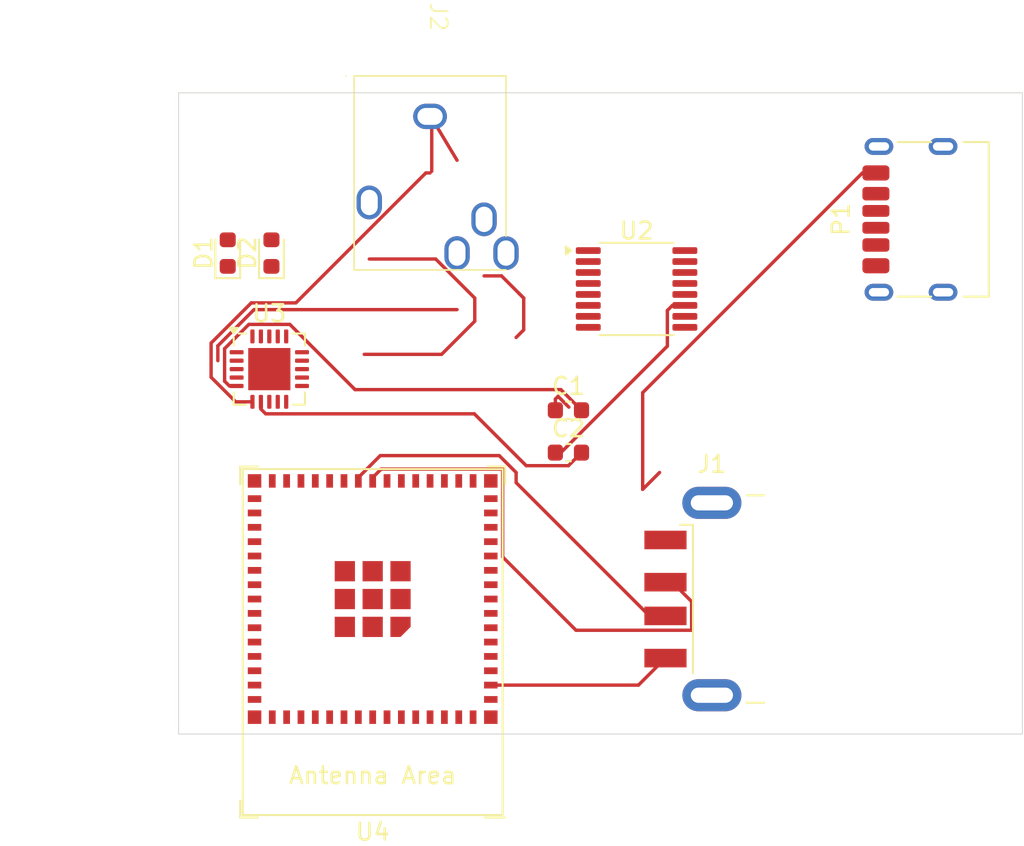
<source format=kicad_pcb>
(kicad_pcb (version 20240108) (generator "pcbnew") (generator_version "8.0")
  (layers (0 "F.Cu" signal) (31 "B.Cu" signal) (34 "B.Paste" user) (35 "F.Paste" user) (36 "B.SilkS" user "B.Silkscreen") (37 "F.SilkS" user "F.Silkscreen") (38 "B.Mask" user) (39 "F.Mask" user) (44 "Edge.Cuts" user))
  (net 0 "")
  (net 1 "/AOUTR")
  (net 2 "Net-(U3-RIN)")
  (net 15 "GND")
  (net 16 "+3.3V")
  (net 17 "/AOUTL")
  (net 18 "Net-(U3-LIN)")
  (net 74 "Net-(J1-D+)")
  (net 75 "Net-(J1-D-)")
  (net 76 "Net-(J2-LEFT)")
  (net 77 "unconnected-(J2-Pad5)")
  (net 79 "Net-(J2-RIGHT)")
  (net 80 "Net-(P1-GND-PadA1)")
  (net 81 "Net-(P1-VBUS-PadA4)")
  (footprint "Connector_USB:USB_C_Receptacle_HRO_TYPE-C-31-M-17" (layer "F.Cu") (at 194.5 55.5 90)
    (property "Reference" "P1" (at 0 -5.25 90) (layer "F.SilkS"))
    (property "Value" "USB_C_Plug_USB2.0")
    (fp_line (start 4.58 -1.9) (end 4.58 0.1) (stroke (width 0.12)) (layer "F.SilkS"))
    (fp_line (start -4.58 -1.9) (end -4.58 0.1) (stroke (width 0.12)) (layer "F.SilkS"))
    (fp_line (start 4.58 2) (end 4.58 3.51) (stroke (width 0.12)) (layer "F.SilkS"))
    (fp_line (start -4.58 2) (end -4.58 3.51) (stroke (width 0.12)) (layer "F.SilkS"))
    (fp_line (start -4.58 3.51) (end 4.58 3.51) (stroke (width 0.12)) (layer "F.SilkS"))
    (pad "A5" smd roundrect (at -0.5 -3.18 90) (size 0.7 1.6) (layers "F.Cu" "F.Paste" "F.Mask"))
    (pad "A9" smd roundrect (at 1.52 -3.18 90) (size 0.8 1.6) (layers "F.Cu" "F.Paste" "F.Mask") (net 81 "Net-(P1-VBUS-PadA4)"))
    (pad "A12" smd roundrect (at 2.75 -3.18 90) (size 0.9 1.6) (layers "F.Cu" "F.Paste" "F.Mask") (net 80 "Net-(P1-GND-PadA1)"))
    (pad "B5" smd roundrect (at 0.5 -3.18 90) (size 0.7 1.6) (layers "F.Cu" "F.Paste" "F.Mask"))
    (pad "B9" smd roundrect (at -1.52 -3.18 90) (size 0.8 1.6) (layers "F.Cu" "F.Paste" "F.Mask") (net 81 "Net-(P1-VBUS-PadA4)"))
    (pad "B12" smd roundrect (at -2.75 -3.18 90) (size 0.9 1.6) (layers "F.Cu" "F.Paste" "F.Mask") (net 80 "Net-(P1-GND-PadA1)"))
    (pad "S1" thru_hole oval (at -4.32 -3 90) (size 1 1.7) (drill oval 0.5 1.2) (layers "*.Cu" "*.Mask"))
    (pad "S1" thru_hole oval (at -4.32 0.8 90) (size 1 1.7) (drill oval 0.5 1.2) (layers "*.Cu" "*.Mask"))
    (pad "S1" thru_hole oval (at 4.32 -3 90) (size 1 1.7) (drill oval 0.5 1.2) (layers "*.Cu" "*.Mask"))
    (pad "S1" thru_hole oval (at 4.32 0.8 90) (size 1 1.7) (drill oval 0.5 1.2) (layers "*.Cu" "*.Mask"))
  )
  (footprint "Connector_USB:USB_A_CNCTech_1001-011-01101_Horizontal" (layer "F.Cu") (at 188.5 78)
    (property "Reference" "J1" (at -6.9 -8 0) (layer "F.SilkS"))
    (property "Value" "USB_A")
    (fp_line (start -8.02 -4.4) (end -8.775 -4.4) (stroke (width 0.12)) (layer "F.SilkS"))
    (fp_line (start -8.02 -4.4) (end -8.02 4.4) (stroke (width 0.12)) (layer "F.SilkS"))
    (fp_line (start -4.85 -6.145) (end -3.8 -6.145) (stroke (width 0.12)) (layer "F.SilkS"))
    (fp_line (start -4.85 6.145) (end -3.8 6.145) (stroke (width 0.12)) (layer "F.SilkS"))
    (pad "" np_thru_hole circle (at -6.9 -2.3) (size 1.1 1.1) (drill 1.1) (layers "*.Cu" "*.Mask"))
    (pad "" np_thru_hole circle (at -6.9 2.3) (size 1.1 1.1) (drill 1.1) (layers "*.Cu" "*.Mask"))
    (pad "1" smd rect (at -9.65 -3.5) (size 2.5 1.1) (layers "F.Cu" "F.Paste" "F.Mask"))
    (pad "2" smd rect (at -9.65 -1) (size 2.5 1.1) (layers "F.Cu" "F.Paste" "F.Mask") (net 75 "Net-(J1-D-)"))
    (pad "3" smd rect (at -9.65 1) (size 2.5 1.1) (layers "F.Cu" "F.Paste" "F.Mask") (net 74 "Net-(J1-D+)"))
    (pad "4" smd rect (at -9.65 3.5) (size 2.5 1.1) (layers "F.Cu" "F.Paste" "F.Mask") (net 15 "GND"))
    (pad "5" thru_hole oval (at -6.9 -5.7) (size 3.5 1.9) (drill oval 2.5 0.9) (layers "*.Cu" "*.Mask") (net 15 "GND"))
    (pad "5" thru_hole oval (at -6.9 5.7) (size 3.5 1.9) (drill oval 2.5 0.9) (layers "*.Cu" "*.Mask") (net 15 "GND"))
  )
  (footprint "Capacitor_SMD:C_0603_1608Metric" (layer "F.Cu") (at 173.1 69.3225)
    (property "Reference" "C2" (at 0 -1.43 0) (layer "F.SilkS"))
    (property "Value" "C")
    (fp_line (start -0.14058 -0.51) (end 0.14058 -0.51) (stroke (width 0.12)) (layer "F.SilkS"))
    (fp_line (start -0.14058 0.51) (end 0.14058 0.51) (stroke (width 0.12)) (layer "F.SilkS"))
    (pad "1" smd roundrect (at -0.775 0) (size 0.9 0.95) (layers "F.Cu" "F.Paste" "F.Mask") (net 17 "/AOUTL"))
    (pad "2" smd roundrect (at 0.775 0) (size 0.9 0.95) (layers "F.Cu" "F.Paste" "F.Mask") (net 18 "Net-(U3-LIN)"))
  )
  (footprint "Diode_SMD:D_0603_1608Metric" (layer "F.Cu") (at 155.5 57.5 90)
    (property "Reference" "D2" (at 0 -1.43 90) (layer "F.SilkS"))
    (property "Value" "LED")
    (fp_line (start 0.8 -0.735) (end -1.485 -0.735) (stroke (width 0.12)) (layer "F.SilkS"))
    (fp_line (start -1.485 -0.735) (end -1.485 0.735) (stroke (width 0.12)) (layer "F.SilkS"))
    (fp_line (start -1.485 0.735) (end 0.8 0.735) (stroke (width 0.12)) (layer "F.SilkS"))
    (pad "1" smd roundrect (at -0.7875 0 90) (size 0.875 0.95) (layers "F.Cu" "F.Paste" "F.Mask"))
    (pad "2" smd roundrect (at 0.7875 0 90) (size 0.875 0.95) (layers "F.Cu" "F.Paste" "F.Mask"))
  )
  (footprint "Capacitor_SMD:C_0603_1608Metric" (layer "F.Cu") (at 173.1 66.8125)
    (property "Reference" "C1" (at 0 -1.43 0) (layer "F.SilkS"))
    (property "Value" "C")
    (fp_line (start -0.14058 -0.51) (end 0.14058 -0.51) (stroke (width 0.12)) (layer "F.SilkS"))
    (fp_line (start -0.14058 0.51) (end 0.14058 0.51) (stroke (width 0.12)) (layer "F.SilkS"))
    (pad "1" smd roundrect (at -0.775 0) (size 0.9 0.95) (layers "F.Cu" "F.Paste" "F.Mask") (net 1 "/AOUTR"))
    (pad "2" smd roundrect (at 0.775 0) (size 0.9 0.95) (layers "F.Cu" "F.Paste" "F.Mask") (net 2 "Net-(U3-RIN)"))
  )
  (footprint "PCM_Espressif:ESP32-S3-MINI-1" (layer "F.Cu") (at 161.5 78 180)
    (property "Reference" "U4" (at 0 -13.8 0) (layer "F.SilkS"))
    (property "Value" "ESP32-S3-MINI-1")
    (fp_line (start 7.85 7.85) (end 7.85 6.8) (stroke (width 0.12)) (layer "F.SilkS"))
    (fp_line (start 7.85 -12.95) (end 7.85 -11.95) (stroke (width 0.12)) (layer "F.SilkS"))
    (fp_line (start 7.7 7.7) (end -7.7 7.7) (stroke (width 0.12)) (layer "F.SilkS"))
    (fp_line (start 7.7 -7.7) (end 7.7 7.7) (stroke (width 0.12)) (layer "F.SilkS"))
    (fp_line (start 7.7 -12.8) (end 7.7 -7.7) (stroke (width 0.12)) (layer "F.SilkS"))
    (fp_line (start 6.8 7.85) (end 7.85 7.85) (stroke (width 0.12)) (layer "F.SilkS"))
    (fp_line (start 6.8 -12.95) (end 7.85 -12.95) (stroke (width 0.12)) (layer "F.SilkS"))
    (fp_line (start -6.65 -12.95) (end -7.85 -12.95) (stroke (width 0.12)) (layer "F.SilkS"))
    (fp_line (start -6.8 7.85) (end -7.85 7.85) (stroke (width 0.12)) (layer "F.SilkS"))
    (fp_line (start -7.7 7.7) (end -7.7 -7.7) (stroke (width 0.12)) (layer "F.SilkS"))
    (fp_line (start -7.7 -12.8) (end 7.7 -12.8) (stroke (width 0.12)) (layer "F.SilkS"))
    (fp_line (start -7.7 -12.8) (end -7.7 -7.7) (stroke (width 0.12)) (layer "F.SilkS"))
    (fp_line (start -7.85 7.85) (end -7.85 6.8) (stroke (width 0.12)) (layer "F.SilkS"))
    (fp_text user "Antenna Area" (at 0 -10.45 0) (layer "F.SilkS"))
    (pad "1" smd rect (at -7 -5.95 270) (size 0.4 0.8) (layers "F.Cu" "F.Paste" "F.Mask") (net 15 "GND"))
    (pad "2" smd rect (at -7 -5.1 270) (size 0.4 0.8) (layers "F.Cu" "F.Paste" "F.Mask") (net 15 "GND"))
    (pad "3" smd rect (at -7 -4.25 270) (size 0.4 0.8) (layers "F.Cu" "F.Paste" "F.Mask") (net 16 "+3.3V"))
    (pad "4" smd rect (at -7 -3.4 270) (size 0.4 0.8) (layers "F.Cu" "F.Paste" "F.Mask"))
    (pad "5" smd rect (at -7 -2.55 270) (size 0.4 0.8) (layers "F.Cu" "F.Paste" "F.Mask"))
    (pad "6" smd rect (at -7 -1.7 270) (size 0.4 0.8) (layers "F.Cu" "F.Paste" "F.Mask"))
    (pad "7" smd rect (at -7 -0.85 270) (size 0.4 0.8) (layers "F.Cu" "F.Paste" "F.Mask"))
    (pad "8" smd rect (at -7 0 270) (size 0.4 0.8) (layers "F.Cu" "F.Paste" "F.Mask"))
    (pad "9" smd rect (at -7 0.85 270) (size 0.4 0.8) (layers "F.Cu" "F.Paste" "F.Mask"))
    (pad "10" smd rect (at -7 1.7 270) (size 0.4 0.8) (layers "F.Cu" "F.Paste" "F.Mask"))
    (pad "11" smd rect (at -7 2.55 270) (size 0.4 0.8) (layers "F.Cu" "F.Paste" "F.Mask"))
    (pad "12" smd rect (at -7 3.4 270) (size 0.4 0.8) (layers "F.Cu" "F.Paste" "F.Mask"))
    (pad "13" smd rect (at -7 4.25 270) (size 0.4 0.8) (layers "F.Cu" "F.Paste" "F.Mask"))
    (pad "14" smd rect (at -7 5.1 270) (size 0.4 0.8) (layers "F.Cu" "F.Paste" "F.Mask"))
    (pad "15" smd rect (at -7 5.95 270) (size 0.4 0.8) (layers "F.Cu" "F.Paste" "F.Mask"))
    (pad "16" smd rect (at -5.95 7 180) (size 0.4 0.8) (layers "F.Cu" "F.Paste" "F.Mask"))
    (pad "17" smd rect (at -5.1 7 180) (size 0.4 0.8) (layers "F.Cu" "F.Paste" "F.Mask"))
    (pad "18" smd rect (at -4.25 7 180) (size 0.4 0.8) (layers "F.Cu" "F.Paste" "F.Mask"))
    (pad "19" smd rect (at -3.4 7 180) (size 0.4 0.8) (layers "F.Cu" "F.Paste" "F.Mask"))
    (pad "20" smd rect (at -2.55 7 180) (size 0.4 0.8) (layers "F.Cu" "F.Paste" "F.Mask"))
    (pad "21" smd rect (at -1.7 7 180) (size 0.4 0.8) (layers "F.Cu" "F.Paste" "F.Mask"))
    (pad "22" smd rect (at -0.85 7 180) (size 0.4 0.8) (layers "F.Cu" "F.Paste" "F.Mask"))
    (pad "23" smd rect (at 0 7 180) (size 0.4 0.8) (layers "F.Cu" "F.Paste" "F.Mask") (net 75 "Net-(J1-D-)"))
    (pad "24" smd rect (at 0.85 7 180) (size 0.4 0.8) (layers "F.Cu" "F.Paste" "F.Mask") (net 74 "Net-(J1-D+)"))
    (pad "25" smd rect (at 1.7 7 180) (size 0.4 0.8) (layers "F.Cu" "F.Paste" "F.Mask"))
    (pad "26" smd rect (at 2.55 7 180) (size 0.4 0.8) (layers "F.Cu" "F.Paste" "F.Mask"))
    (pad "27" smd rect (at 3.4 7 180) (size 0.4 0.8) (layers "F.Cu" "F.Paste" "F.Mask"))
    (pad "28" smd rect (at 4.25 7 180) (size 0.4 0.8) (layers "F.Cu" "F.Paste" "F.Mask"))
    (pad "29" smd rect (at 5.1 7 180) (size 0.4 0.8) (layers "F.Cu" "F.Paste" "F.Mask"))
    (pad "30" smd rect (at 5.95 7 180) (size 0.4 0.8) (layers "F.Cu" "F.Paste" "F.Mask"))
    (pad "31" smd rect (at 7 5.95 270) (size 0.4 0.8) (layers "F.Cu" "F.Paste" "F.Mask"))
    (pad "32" smd rect (at 7 5.1 270) (size 0.4 0.8) (layers "F.Cu" "F.Paste" "F.Mask"))
    (pad "33" smd rect (at 7 4.25 270) (size 0.4 0.8) (layers "F.Cu" "F.Paste" "F.Mask"))
    (pad "34" smd rect (at 7 3.4 270) (size 0.4 0.8) (layers "F.Cu" "F.Paste" "F.Mask"))
    (pad "35" smd rect (at 7 2.55 270) (size 0.4 0.8) (layers "F.Cu" "F.Paste" "F.Mask"))
    (pad "36" smd rect (at 7 1.7 270) (size 0.4 0.8) (layers "F.Cu" "F.Paste" "F.Mask"))
    (pad "37" smd rect (at 7 0.85 270) (size 0.4 0.8) (layers "F.Cu" "F.Paste" "F.Mask"))
    (pad "38" smd rect (at 7 0 270) (size 0.4 0.8) (layers "F.Cu" "F.Paste" "F.Mask"))
    (pad "39" smd rect (at 7 -0.85 270) (size 0.4 0.8) (layers "F.Cu" "F.Paste" "F.Mask"))
    (pad "40" smd rect (at 7 -1.7 270) (size 0.4 0.8) (layers "F.Cu" "F.Paste" "F.Mask"))
    (pad "41" smd rect (at 7 -2.55 270) (size 0.4 0.8) (layers "F.Cu" "F.Paste" "F.Mask"))
    (pad "42" smd rect (at 7 -3.4 270) (size 0.4 0.8) (layers "F.Cu" "F.Paste" "F.Mask") (net 15 "GND"))
    (pad "43" smd rect (at 7 -4.25 270) (size 0.4 0.8) (layers "F.Cu" "F.Paste" "F.Mask") (net 15 "GND"))
    (pad "44" smd rect (at 7 -5.1 270) (size 0.4 0.8) (layers "F.Cu" "F.Paste" "F.Mask"))
    (pad "45" smd rect (at 7 -5.95 270) (size 0.4 0.8) (layers "F.Cu" "F.Paste" "F.Mask"))
    (pad "46" smd rect (at 5.95 -7 180) (size 0.4 0.8) (layers "F.Cu" "F.Paste" "F.Mask") (net 15 "GND"))
    (pad "47" smd rect (at 5.1 -7 180) (size 0.4 0.8) (layers "F.Cu" "F.Paste" "F.Mask") (net 15 "GND"))
    (pad "48" smd rect (at 4.25 -7 180) (size 0.4 0.8) (layers "F.Cu" "F.Paste" "F.Mask") (net 15 "GND"))
    (pad "49" smd rect (at 3.4 -7 180) (size 0.4 0.8) (layers "F.Cu" "F.Paste" "F.Mask") (net 15 "GND"))
    (pad "50" smd rect (at 2.55 -7 180) (size 0.4 0.8) (layers "F.Cu" "F.Paste" "F.Mask") (net 15 "GND"))
    (pad "51" smd rect (at 1.7 -7 180) (size 0.4 0.8) (layers "F.Cu" "F.Paste" "F.Mask") (net 15 "GND"))
    (pad "52" smd rect (at 0.85 -7 180) (size 0.4 0.8) (layers "F.Cu" "F.Paste" "F.Mask") (net 15 "GND"))
    (pad "53" smd rect (at 0 -7 180) (size 0.4 0.8) (layers "F.Cu" "F.Paste" "F.Mask") (net 15 "GND"))
    (pad "54" smd rect (at -0.85 -7 180) (size 0.4 0.8) (layers "F.Cu" "F.Paste" "F.Mask") (net 15 "GND"))
    (pad "55" smd rect (at -1.7 -7 180) (size 0.4 0.8) (layers "F.Cu" "F.Paste" "F.Mask") (net 15 "GND"))
    (pad "56" smd rect (at -2.55 -7 180) (size 0.4 0.8) (layers "F.Cu" "F.Paste" "F.Mask") (net 15 "GND"))
    (pad "57" smd rect (at -3.4 -7 180) (size 0.4 0.8) (layers "F.Cu" "F.Paste" "F.Mask") (net 15 "GND"))
    (pad "58" smd rect (at -4.25 -7 180) (size 0.4 0.8) (layers "F.Cu" "F.Paste" "F.Mask") (net 15 "GND"))
    (pad "59" smd rect (at -5.1 -7 180) (size 0.4 0.8) (layers "F.Cu" "F.Paste" "F.Mask") (net 15 "GND"))
    (pad "60" smd rect (at -5.95 -7 180) (size 0.4 0.8) (layers "F.Cu" "F.Paste" "F.Mask") (net 15 "GND"))
    (pad "61" smd custom (at -1.65 -1.65 180) (size 0.6 0.6) (layers "F.Cu" "F.Paste" "F.Mask") (net 15 "GND") (options (clearance outline) (anchor rect)) (primitives (gr_poly (pts (xy 0.6 0.6) (xy -0.6 0.6) (xy -0.6 0) (xy 0 -0.6) (xy 0.6 -0.6)) (width 0) (fill yes))))
    (pad "61" smd rect (at -1.65 0 180) (size 1.2 1.2) (layers "F.Cu" "F.Paste" "F.Mask") (net 15 "GND"))
    (pad "61" smd rect (at -1.65 1.65 180) (size 1.2 1.2) (layers "F.Cu" "F.Paste" "F.Mask") (net 15 "GND"))
    (pad "61" smd rect (at 0 -1.65 180) (size 1.2 1.2) (layers "F.Cu" "F.Paste" "F.Mask") (net 15 "GND"))
    (pad "61" smd rect (at 0 0 180) (size 1.2 1.2) (layers "F.Cu" "F.Paste" "F.Mask") (net 15 "GND"))
    (pad "61" smd rect (at 0 1.65 180) (size 1.2 1.2) (layers "F.Cu" "F.Paste" "F.Mask") (net 15 "GND"))
    (pad "61" smd rect (at 1.65 -1.65 180) (size 1.2 1.2) (layers "F.Cu" "F.Paste" "F.Mask") (net 15 "GND"))
    (pad "61" smd rect (at 1.65 0 180) (size 1.2 1.2) (layers "F.Cu" "F.Paste" "F.Mask") (net 15 "GND"))
    (pad "61" smd rect (at 1.65 1.65 180) (size 1.2 1.2) (layers "F.Cu" "F.Paste" "F.Mask") (net 15 "GND"))
    (pad "62" smd rect (at -7 -7) (size 0.8 0.8) (layers "F.Cu" "F.Paste" "F.Mask") (net 15 "GND"))
    (pad "63" smd rect (at -7 7) (size 0.8 0.8) (layers "F.Cu" "F.Paste" "F.Mask") (net 15 "GND"))
    (pad "64" smd rect (at 7 7) (size 0.8 0.8) (layers "F.Cu" "F.Paste" "F.Mask") (net 15 "GND"))
    (pad "65" smd rect (at 7 -7) (size 0.8 0.8) (layers "F.Cu" "F.Paste" "F.Mask") (net 15 "GND"))
  )
  (footprint "Diode_SMD:D_0603_1608Metric" (layer "F.Cu") (at 152.91 57.5 90)
    (property "Reference" "D1" (at 0 -1.43 90) (layer "F.SilkS"))
    (property "Value" "LED")
    (fp_line (start 0.8 -0.735) (end -1.485 -0.735) (stroke (width 0.12)) (layer "F.SilkS"))
    (fp_line (start -1.485 -0.735) (end -1.485 0.735) (stroke (width 0.12)) (layer "F.SilkS"))
    (fp_line (start -1.485 0.735) (end 0.8 0.735) (stroke (width 0.12)) (layer "F.SilkS"))
    (pad "1" smd roundrect (at -0.7875 0 90) (size 0.875 0.95) (layers "F.Cu" "F.Paste" "F.Mask"))
    (pad "2" smd roundrect (at 0.7875 0 90) (size 0.875 0.95) (layers "F.Cu" "F.Paste" "F.Mask"))
  )
  (footprint "Package_DFN_QFN:QFN-20-1EP_4x4mm_P0.5mm_EP2.5x2.5mm" (layer "F.Cu") (at 155.375 64.375)
    (property "Reference" "U3" (at 0 -3.3 0) (layer "F.SilkS"))
    (property "Value" "PAM8019KGR")
    (fp_line (start -2.11 -1.385) (end -2.11 -1.87) (stroke (width 0.12)) (layer "F.SilkS"))
    (fp_line (start -2.11 2.11) (end -2.11 1.385) (stroke (width 0.12)) (layer "F.SilkS"))
    (fp_line (start -1.385 -2.11) (end -1.81 -2.11) (stroke (width 0.12)) (layer "F.SilkS"))
    (fp_line (start -1.385 2.11) (end -2.11 2.11) (stroke (width 0.12)) (layer "F.SilkS"))
    (fp_line (start 1.385 -2.11) (end 2.11 -2.11) (stroke (width 0.12)) (layer "F.SilkS"))
    (fp_line (start 1.385 2.11) (end 2.11 2.11) (stroke (width 0.12)) (layer "F.SilkS"))
    (fp_line (start 2.11 -2.11) (end 2.11 -1.385) (stroke (width 0.12)) (layer "F.SilkS"))
    (fp_line (start 2.11 2.11) (end 2.11 1.385) (stroke (width 0.12)) (layer "F.SilkS"))
    (fp_poly (pts (xy -2.11 -2.11) (xy -2.35 -2.44) (xy -1.87 -2.44) (xy -2.11 -2.11)) (stroke (width 0.12)) (fill solid) (layer "F.SilkS"))
    (pad "1" smd roundrect (at -1.9375 -1) (size 0.825 0.25) (layers "F.Cu" "F.Paste" "F.Mask"))
    (pad "2" smd roundrect (at -1.9375 -0.5) (size 0.825 0.25) (layers "F.Cu" "F.Paste" "F.Mask") (net 79 "Net-(J2-RIGHT)"))
    (pad "3" smd roundrect (at -1.9375 0) (size 0.825 0.25) (layers "F.Cu" "F.Paste" "F.Mask"))
    (pad "4" smd roundrect (at -1.9375 0.5) (size 0.825 0.25) (layers "F.Cu" "F.Paste" "F.Mask"))
    (pad "5" smd roundrect (at -1.9375 1) (size 0.825 0.25) (layers "F.Cu" "F.Paste" "F.Mask") (net 2 "Net-(U3-RIN)"))
    (pad "6" smd roundrect (at -1 1.9375) (size 0.25 0.825) (layers "F.Cu" "F.Paste" "F.Mask") (net 15 "GND"))
    (pad "7" smd roundrect (at -0.5 1.9375) (size 0.25 0.825) (layers "F.Cu" "F.Paste" "F.Mask") (net 18 "Net-(U3-LIN)"))
    (pad "8" smd roundrect (at 0 1.9375) (size 0.25 0.825) (layers "F.Cu" "F.Paste" "F.Mask"))
    (pad "9" smd roundrect (at 0.5 1.9375) (size 0.25 0.825) (layers "F.Cu" "F.Paste" "F.Mask"))
    (pad "10" smd roundrect (at 1 1.9375) (size 0.25 0.825) (layers "F.Cu" "F.Paste" "F.Mask"))
    (pad "11" smd roundrect (at 1.9375 1) (size 0.825 0.25) (layers "F.Cu" "F.Paste" "F.Mask"))
    (pad "12" smd roundrect (at 1.9375 0.5) (size 0.825 0.25) (layers "F.Cu" "F.Paste" "F.Mask"))
    (pad "13" smd roundrect (at 1.9375 0) (size 0.825 0.25) (layers "F.Cu" "F.Paste" "F.Mask") (net 16 "+3.3V"))
    (pad "14" smd roundrect (at 1.9375 -0.5) (size 0.825 0.25) (layers "F.Cu" "F.Paste" "F.Mask") (net 76 "Net-(J2-LEFT)"))
    (pad "15" smd roundrect (at 1.9375 -1) (size 0.825 0.25) (layers "F.Cu" "F.Paste" "F.Mask"))
    (pad "16" smd roundrect (at 1 -1.9375) (size 0.25 0.825) (layers "F.Cu" "F.Paste" "F.Mask") (net 16 "+3.3V"))
    (pad "17" smd roundrect (at 0.5 -1.9375) (size 0.25 0.825) (layers "F.Cu" "F.Paste" "F.Mask"))
    (pad "18" smd roundrect (at 0 -1.9375) (size 0.25 0.825) (layers "F.Cu" "F.Paste" "F.Mask") (net 15 "GND"))
    (pad "19" smd roundrect (at -0.5 -1.9375) (size 0.25 0.825) (layers "F.Cu" "F.Paste" "F.Mask"))
    (pad "20" smd roundrect (at -1 -1.9375) (size 0.25 0.825) (layers "F.Cu" "F.Paste" "F.Mask") (net 16 "+3.3V"))
    (pad "21" smd rect (at 0 0) (size 2.5 2.5) (property pad_prop_heatsink) (layers "F.Cu" "F.Mask") (net 15 "GND"))
  )
  (footprint "Package_SO:TSSOP-16_4.4x5mm_P0.65mm" (layer "F.Cu") (at 177.1375 59.625)
    (property "Reference" "U2" (at 0 -3.45 0) (layer "F.SilkS"))
    (property "Value" "~")
    (fp_line (start 0 -2.735) (end -2.2 -2.735) (stroke (width 0.12)) (layer "F.SilkS"))
    (fp_line (start 0 -2.735) (end 2.2 -2.735) (stroke (width 0.12)) (layer "F.SilkS"))
    (fp_line (start 0 2.735) (end -2.2 2.735) (stroke (width 0.12)) (layer "F.SilkS"))
    (fp_line (start 0 2.735) (end 2.2 2.735) (stroke (width 0.12)) (layer "F.SilkS"))
    (fp_poly (pts (xy -3.86 -2.275) (xy -4.19 -2.515) (xy -4.19 -2.035) (xy -3.86 -2.275)) (stroke (width 0.12)) (fill solid) (layer "F.SilkS"))
    (pad "1" smd roundrect (at -2.8625 -2.275) (size 1.475 0.4) (layers "F.Cu" "F.Paste" "F.Mask"))
    (pad "2" smd roundrect (at -2.8625 -1.625) (size 1.475 0.4) (layers "F.Cu" "F.Paste" "F.Mask"))
    (pad "3" smd roundrect (at -2.8625 -0.975) (size 1.475 0.4) (layers "F.Cu" "F.Paste" "F.Mask"))
    (pad "4" smd roundrect (at -2.8625 -0.325) (size 1.475 0.4) (layers "F.Cu" "F.Paste" "F.Mask"))
    (pad "5" smd roundrect (at -2.8625 0.325) (size 1.475 0.4) (layers "F.Cu" "F.Paste" "F.Mask"))
    (pad "6" smd roundrect (at -2.8625 0.975) (size 1.475 0.4) (layers "F.Cu" "F.Paste" "F.Mask"))
    (pad "7" smd roundrect (at -2.8625 1.625) (size 1.475 0.4) (layers "F.Cu" "F.Paste" "F.Mask"))
    (pad "8" smd roundrect (at -2.8625 2.275) (size 1.475 0.4) (layers "F.Cu" "F.Paste" "F.Mask"))
    (pad "9" smd roundrect (at 2.8625 2.275) (size 1.475 0.4) (layers "F.Cu" "F.Paste" "F.Mask"))
    (pad "10" smd roundrect (at 2.8625 1.625) (size 1.475 0.4) (layers "F.Cu" "F.Paste" "F.Mask") (net 1 "/AOUTR"))
    (pad "11" smd roundrect (at 2.8625 0.975) (size 1.475 0.4) (layers "F.Cu" "F.Paste" "F.Mask") (net 17 "/AOUTL"))
    (pad "12" smd roundrect (at 2.8625 0.325) (size 1.475 0.4) (layers "F.Cu" "F.Paste" "F.Mask"))
    (pad "13" smd roundrect (at 2.8625 -0.325) (size 1.475 0.4) (layers "F.Cu" "F.Paste" "F.Mask") (net 15 "GND"))
    (pad "14" smd roundrect (at 2.8625 -0.975) (size 1.475 0.4) (layers "F.Cu" "F.Paste" "F.Mask"))
    (pad "15" smd roundrect (at 2.8625 -1.625) (size 1.475 0.4) (layers "F.Cu" "F.Paste" "F.Mask"))
    (pad "16" smd roundrect (at 2.8625 -2.275) (size 1.475 0.4) (layers "F.Cu" "F.Paste" "F.Mask"))
  )
  (footprint "tim:54-00175" (layer "F.Cu") (at 164.9 47 -90)
    (property "Reference" "J2" (at -3.5 -0.5 -90) (layer "F.SilkS") (effects (font (thickness 0.1))))
    (property "Value" "54-00175")
    (fp_line (start 0 5) (end 0 5) (stroke (width 0.1)) (layer "F.SilkS"))
    (fp_line (start 0 4.5) (end 0 0) (stroke (width 0.1)) (layer "F.SilkS"))
    (fp_line (start 11.5 4.5) (end 0 4.5) (stroke (width 0.1)) (layer "F.SilkS"))
    (fp_line (start 0 0) (end 0 -4.5) (stroke (width 0.1)) (layer "F.SilkS"))
    (fp_line (start 0 -4.5) (end 9.5 -4.5) (stroke (width 0.1)) (layer "F.SilkS"))
    (fp_line (start 11.5 -4.5) (end 11.5 4.5) (stroke (width 0.1)) (layer "F.SilkS"))
    (pad "" np_thru_hole circle (at 3.5 -3.5 90) (size 1.2 1.2) (drill 1.2) (layers "F&B.Cu" "*.Mask"))
    (pad "" np_thru_hole circle (at 3.5 3 90) (size 1.2 1.2) (drill 1.2) (layers "F&B.Cu" "*.Mask"))
    (pad "1" thru_hole oval (at 2.4 0) (size 2 1.5) (drill oval 1.5 1) (layers "*.Cu" "*.Mask") (net 15 "GND"))
    (pad "2" thru_hole oval (at 10.5 -1.6 90) (size 2 1.5) (drill oval 1.5 1) (layers "*.Cu" "*.Mask") (net 79 "Net-(J2-RIGHT)"))
    (pad "3" thru_hole oval (at 7.5 3.6 90) (size 2 1.5) (drill oval 1.5 1) (layers "*.Cu" "*.Mask") (net 76 "Net-(J2-LEFT)"))
    (pad "4" thru_hole oval (at 8.5 -3.2 90) (size 2 1.5) (drill oval 1.5 1) (layers "*.Cu" "*.Mask"))
    (pad "5" thru_hole oval (at 10.5 -4.5 90) (size 2 1.5) (drill oval 1.5 1) (layers "*.Cu" "*.Mask") (net 77 "unconnected-(J2-Pad5)"))
  )
  (gr_line (start 165 52.65) (end 165 49.5) (stroke (width 0.2)) (layer "F.Cu") (net 15))
  (gr_line (start 165 49.5) (end 166.5 52) (stroke (width 0.2)) (layer "F.Cu") (net 15))
  (gr_line (start 200 86) (end 200 48) (stroke (width 0.05)) (layer "Edge.Cuts"))
  (gr_line (start 151 86) (end 200 86) (stroke (width 0.05)) (layer "Edge.Cuts"))
  (gr_line (start 150 86) (end 151 86) (stroke (width 0.05)) (layer "Edge.Cuts"))
  (gr_line (start 200 48) (end 150 48) (stroke (width 0.05)) (layer "Edge.Cuts"))
  (gr_line (start 150 48) (end 150 86) (stroke (width 0.05)) (layer "Edge.Cuts"))
  (segment (start 172.325 66.150586) (end 172.4862 65.989386) (width 0.2) (layer "F.Cu") (net 1))
  (segment (start 172.4862 65.989386) (end 173.125 66.628186) (width 0.2) (layer "F.Cu") (net 1))
  (segment (start 172.325 66.8125) (end 172.325 66.150586) (width 0.2) (layer "F.Cu") (net 1))
  (segment (start 160.453772 65.589386) (end 156.589386 61.725) (width 0.2) (layer "F.Cu") (net 2))
  (segment (start 152.725 63.160614) (end 152.725 65.089386) (width 0.2) (layer "F.Cu") (net 2))
  (segment (start 173.875 66.8125) (end 172.651886 65.589386) (width 0.2) (layer "F.Cu") (net 2))
  (segment (start 172.651886 65.589386) (end 160.453772 65.589386) (width 0.2) (layer "F.Cu") (net 2))
  (segment (start 156.589386 61.725) (end 154.160614 61.725) (width 0.2) (layer "F.Cu") (net 2))
  (segment (start 152.725 65.089386) (end 153.010614 65.375) (width 0.2) (layer "F.Cu") (net 2))
  (segment (start 153.010614 65.375) (end 153.4375 65.375) (width 0.2) (layer "F.Cu") (net 2))
  (segment (start 154.160614 61.725) (end 152.725 63.160614) (width 0.2) (layer "F.Cu") (net 2))
  (segment (start 153.382428 66.3125) (end 154.375 66.3125) (width 0.2) (layer "F.Cu") (net 15))
  (segment (start 164.9 52.75) (end 164.65 52.75) (width 0.2) (layer "F.Cu") (net 15))
  (segment (start 164.65 52.75) (end 156.95 60.45) (width 0.2) (layer "F.Cu") (net 15))
  (segment (start 178.85 81.5) (end 177.25 83.1) (width 0.2) (layer "F.Cu") (net 15))
  (segment (start 177.25 83.1) (end 168.5 83.1) (width 0.2) (layer "F.Cu") (net 15))
  (segment (start 151.925 62.829242) (end 151.925 64.855072) (width 0.2) (layer "F.Cu") (net 15))
  (segment (start 151.925 64.855072) (end 153.382428 66.3125) (width 0.2) (layer "F.Cu") (net 15))
  (segment (start 156.95 60.45) (end 154.304242 60.45) (width 0.2) (layer "F.Cu") (net 15))
  (segment (start 154.304242 60.45) (end 151.925 62.829242) (width 0.2) (layer "F.Cu") (net 15))
  (segment (start 172.325 69.3225) (end 172.651304 69.3225) (width 0.2) (layer "F.Cu") (net 17))
  (segment (start 179.262501 60.6) (end 180 60.6) (width 0.2) (layer "F.Cu") (net 17))
  (segment (start 172.651304 69.3225) (end 178.9625 63.011304) (width 0.2) (layer "F.Cu") (net 17))
  (segment (start 178.9625 60.900001) (end 179.262501 60.6) (width 0.2) (layer "F.Cu") (net 17))
  (segment (start 178.9625 63.011304) (end 178.9625 60.900001) (width 0.2) (layer "F.Cu") (net 17))
  (segment (start 155.160614 67.025) (end 154.875 66.739386) (width 0.2) (layer "F.Cu") (net 18))
  (segment (start 154.875 66.739386) (end 154.875 66.3125) (width 0.2) (layer "F.Cu") (net 18))
  (segment (start 173.1 70.0975) (end 170.5975 70.0975) (width 0.2) (layer "F.Cu") (net 18))
  (segment (start 167.525 67.025) (end 155.160614 67.025) (width 0.2) (layer "F.Cu") (net 18))
  (segment (start 173.875 69.3225) (end 173.1 70.0975) (width 0.2) (layer "F.Cu") (net 18))
  (segment (start 170.5975 70.0975) (end 167.525 67.025) (width 0.2) (layer "F.Cu") (net 18))
  (segment (start 178.85 79) (end 177.9 79) (width 0.2) (layer "F.Cu") (net 74))
  (segment (start 161.95 69.5) (end 160.65 70.8) (width 0.2) (layer "F.Cu") (net 74))
  (segment (start 177.9 79) (end 170 71.1) (width 0.2) (layer "F.Cu") (net 74))
  (segment (start 170 70.5) (end 169 69.5) (width 0.2) (layer "F.Cu") (net 74))
  (segment (start 169 69.5) (end 161.95 69.5) (width 0.2) (layer "F.Cu") (net 74))
  (segment (start 160.65 70.8) (end 160.65 71) (width 0.2) (layer "F.Cu") (net 74))
  (segment (start 170 71.1) (end 170 70.5) (width 0.2) (layer "F.Cu") (net 74))
  (segment (start 179.25 77) (end 180.4 78.15) (width 0.2) (layer "F.Cu") (net 75))
  (segment (start 173.55 79.85) (end 169.2 75.5) (width 0.2) (layer "F.Cu") (net 75))
  (segment (start 162 70.3) (end 161.5 70.8) (width 0.2) (layer "F.Cu") (net 75))
  (segment (start 180.4 79.85) (end 173.55 79.85) (width 0.2) (layer "F.Cu") (net 75))
  (segment (start 178.85 77) (end 179.25 77) (width 0.2) (layer "F.Cu") (net 75))
  (segment (start 161.5 70.8) (end 161.5 71) (width 0.2) (layer "F.Cu") (net 75))
  (segment (start 180.4 78.15) (end 180.4 79.85) (width 0.2) (layer "F.Cu") (net 75))
  (segment (start 169.2 70.3) (end 162 70.3) (width 0.2) (layer "F.Cu") (net 75))
  (segment (start 169.2 75.5) (end 169.2 70.3) (width 0.2) (layer "F.Cu") (net 75))
  (segment (start 170.45 62.05) (end 170 62.5) (width 0.2) (layer "F.Cu") (net 77))
  (segment (start 169.134924 58.85) (end 170.45 60.165076) (width 0.2) (layer "F.Cu") (net 77))
  (segment (start 168.1 58.85) (end 169.134924 58.85) (width 0.2) (layer "F.Cu") (net 77))
  (segment (start 170.45 60.165076) (end 170.142462 59.857538) (width 0.2) (layer "F.Cu") (net 77))
  (segment (start 170.45 60.165076) (end 170.45 62.05) (width 0.2) (layer "F.Cu") (net 77))
  (segment (start 161.3 57.85) (end 165.234924 57.85) (width 0.2) (layer "F.Cu") (net 79))
  (segment (start 167.55 61.534924) (end 165.584924 63.5) (width 0.2) (layer "F.Cu") (net 79))
  (segment (start 154.469928 60.85) (end 152.325 62.994928) (width 0.2) (layer "F.Cu") (net 79))
  (segment (start 166.5 60.85) (end 154.469928 60.85) (width 0.2) (layer "F.Cu") (net 79))
  (segment (start 165.584924 63.5) (end 161 63.5) (width 0.2) (layer "F.Cu") (net 79))
  (segment (start 152.325 62.994928) (end 152.325 63.875) (width 0.2) (layer "F.Cu") (net 79))
  (segment (start 165.234924 57.85) (end 167.55 60.165076) (width 0.2) (layer "F.Cu") (net 79))
  (segment (start 167.55 60.165076) (end 167.55 61.534924) (width 0.2) (layer "F.Cu") (net 79))
  (segment (start 190.52 52.75) (end 177.5 65.77) (width 0.2) (layer "F.Cu") (net 80))
  (segment (start 177.5 65.77) (end 177.5 71.5) (width 0.2) (layer "F.Cu") (net 80))
  (segment (start 177.5 71.5) (end 178.5 70.5) (width 0.2) (layer "F.Cu") (net 80))
  (segment (start 191.32 52.75) (end 190.52 52.75) (width 0.2) (layer "F.Cu") (net 80))
)
</source>
